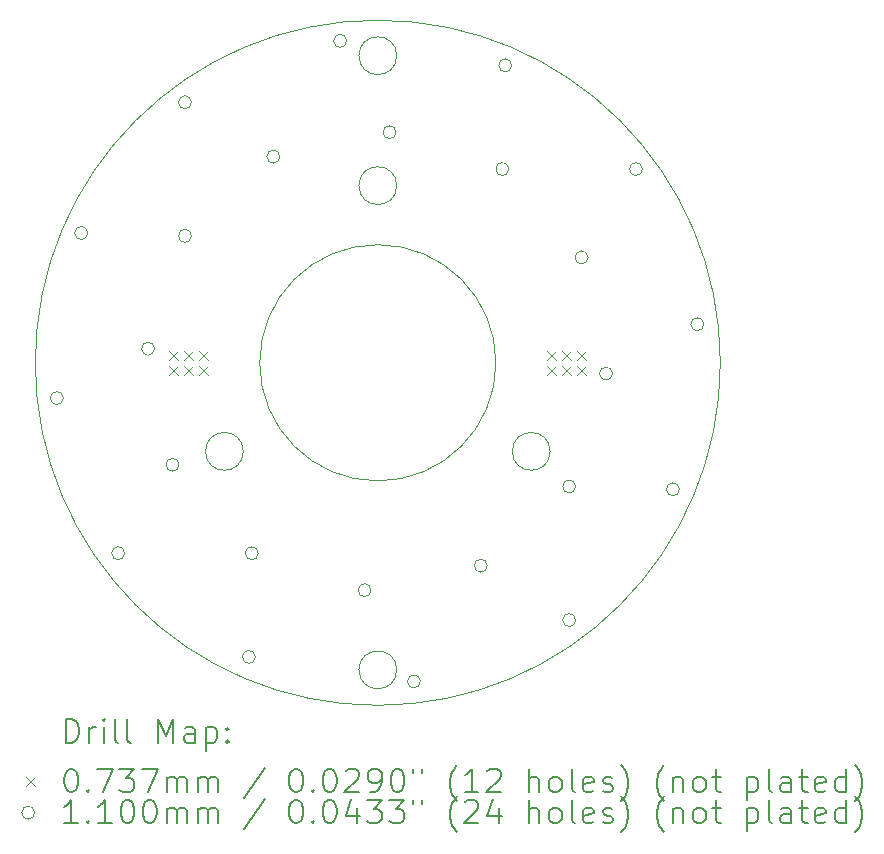
<source format=gbr>
%TF.GenerationSoftware,KiCad,Pcbnew,7.0.5*%
%TF.CreationDate,2023-06-22T13:55:48-04:00*%
%TF.ProjectId,ESP32Sensor-LED_board,45535033-3253-4656-9e73-6f722d4c4544,rev?*%
%TF.SameCoordinates,Original*%
%TF.FileFunction,Drillmap*%
%TF.FilePolarity,Positive*%
%FSLAX45Y45*%
G04 Gerber Fmt 4.5, Leading zero omitted, Abs format (unit mm)*
G04 Created by KiCad (PCBNEW 7.0.5) date 2023-06-22 13:55:48*
%MOMM*%
%LPD*%
G01*
G04 APERTURE LIST*
%ADD10C,0.100000*%
%ADD11C,0.200000*%
%ADD12C,0.073660*%
%ADD13C,0.110000*%
G04 APERTURE END LIST*
D10*
X1000000Y0D02*
G75*
G03*
X1000000Y0I-1000000J0D01*
G01*
X1459038Y-750000D02*
G75*
G03*
X1459038Y-750000I-160000J0D01*
G01*
X160000Y-2600000D02*
G75*
G03*
X160000Y-2600000I-160000J0D01*
G01*
X-1139038Y-750000D02*
G75*
G03*
X-1139038Y-750000I-160000J0D01*
G01*
X160000Y1500000D02*
G75*
G03*
X160000Y1500000I-160000J0D01*
G01*
X2900000Y0D02*
G75*
G03*
X2900000Y0I-2900000J0D01*
G01*
X160000Y2600000D02*
G75*
G03*
X160000Y2600000I-160000J0D01*
G01*
D11*
D12*
X-1763830Y100330D02*
X-1690170Y26670D01*
X-1690170Y100330D02*
X-1763830Y26670D01*
X-1763830Y-26670D02*
X-1690170Y-100330D01*
X-1690170Y-26670D02*
X-1763830Y-100330D01*
X-1636830Y100330D02*
X-1563170Y26670D01*
X-1563170Y100330D02*
X-1636830Y26670D01*
X-1636830Y-26670D02*
X-1563170Y-100330D01*
X-1563170Y-26670D02*
X-1636830Y-100330D01*
X-1509830Y100330D02*
X-1436170Y26670D01*
X-1436170Y100330D02*
X-1509830Y26670D01*
X-1509830Y-26670D02*
X-1436170Y-100330D01*
X-1436170Y-26670D02*
X-1509830Y-100330D01*
X1436170Y100330D02*
X1509830Y26670D01*
X1509830Y100330D02*
X1436170Y26670D01*
X1436170Y-26670D02*
X1509830Y-100330D01*
X1509830Y-26670D02*
X1436170Y-100330D01*
X1563170Y100330D02*
X1636830Y26670D01*
X1636830Y100330D02*
X1563170Y26670D01*
X1563170Y-26670D02*
X1636830Y-100330D01*
X1636830Y-26670D02*
X1563170Y-100330D01*
X1690170Y100330D02*
X1763830Y26670D01*
X1763830Y100330D02*
X1690170Y26670D01*
X1690170Y-26670D02*
X1763830Y-100330D01*
X1763830Y-26670D02*
X1690170Y-100330D01*
D13*
X-2662988Y-298647D02*
G75*
G03*
X-2662988Y-298647I-55000J0D01*
G01*
X-2455933Y1098978D02*
G75*
G03*
X-2455933Y1098978I-55000J0D01*
G01*
X-2143485Y-1612550D02*
G75*
G03*
X-2143485Y-1612550I-55000J0D01*
G01*
X-1890247Y119182D02*
G75*
G03*
X-1890247Y119182I-55000J0D01*
G01*
X-1683192Y-864333D02*
G75*
G03*
X-1683192Y-864333I-55000J0D01*
G01*
X-1577810Y2205825D02*
G75*
G03*
X-1577810Y2205825I-55000J0D01*
G01*
X-1577810Y1074455D02*
G75*
G03*
X-1577810Y1074455I-55000J0D01*
G01*
X-1036638Y-2490683D02*
G75*
G03*
X-1036638Y-2490683I-55000J0D01*
G01*
X-1012115Y-1612550D02*
G75*
G03*
X-1012115Y-1612550I-55000J0D01*
G01*
X-829583Y1745522D02*
G75*
G03*
X-829583Y1745522I-55000J0D01*
G01*
X-263897Y2725318D02*
G75*
G03*
X-263897Y2725318I-55000J0D01*
G01*
X-56842Y-1924997D02*
G75*
G03*
X-56842Y-1924997I-55000J0D01*
G01*
X153922Y1952577D02*
G75*
G03*
X153922Y1952577I-55000J0D01*
G01*
X360977Y-2697738D02*
G75*
G03*
X360977Y-2697738I-55000J0D01*
G01*
X926663Y-1717942D02*
G75*
G03*
X926663Y-1717942I-55000J0D01*
G01*
X1109205Y1640140D02*
G75*
G03*
X1109205Y1640140I-55000J0D01*
G01*
X1133718Y2518263D02*
G75*
G03*
X1133718Y2518263I-55000J0D01*
G01*
X1674890Y-1046865D02*
G75*
G03*
X1674890Y-1046865I-55000J0D01*
G01*
X1674890Y-2178235D02*
G75*
G03*
X1674890Y-2178235I-55000J0D01*
G01*
X1780272Y891923D02*
G75*
G03*
X1780272Y891923I-55000J0D01*
G01*
X1987327Y-91592D02*
G75*
G03*
X1987327Y-91592I-55000J0D01*
G01*
X2240575Y1640140D02*
G75*
G03*
X2240575Y1640140I-55000J0D01*
G01*
X2553013Y-1071388D02*
G75*
G03*
X2553013Y-1071388I-55000J0D01*
G01*
X2760068Y326237D02*
G75*
G03*
X2760068Y326237I-55000J0D01*
G01*
D11*
X-2644223Y-3216484D02*
X-2644223Y-3016484D01*
X-2644223Y-3016484D02*
X-2596604Y-3016484D01*
X-2596604Y-3016484D02*
X-2568033Y-3026008D01*
X-2568033Y-3026008D02*
X-2548985Y-3045055D01*
X-2548985Y-3045055D02*
X-2539461Y-3064103D01*
X-2539461Y-3064103D02*
X-2529937Y-3102198D01*
X-2529937Y-3102198D02*
X-2529937Y-3130769D01*
X-2529937Y-3130769D02*
X-2539461Y-3168865D01*
X-2539461Y-3168865D02*
X-2548985Y-3187912D01*
X-2548985Y-3187912D02*
X-2568033Y-3206960D01*
X-2568033Y-3206960D02*
X-2596604Y-3216484D01*
X-2596604Y-3216484D02*
X-2644223Y-3216484D01*
X-2444223Y-3216484D02*
X-2444223Y-3083150D01*
X-2444223Y-3121246D02*
X-2434699Y-3102198D01*
X-2434699Y-3102198D02*
X-2425176Y-3092674D01*
X-2425176Y-3092674D02*
X-2406128Y-3083150D01*
X-2406128Y-3083150D02*
X-2387080Y-3083150D01*
X-2320414Y-3216484D02*
X-2320414Y-3083150D01*
X-2320414Y-3016484D02*
X-2329937Y-3026008D01*
X-2329937Y-3026008D02*
X-2320414Y-3035531D01*
X-2320414Y-3035531D02*
X-2310890Y-3026008D01*
X-2310890Y-3026008D02*
X-2320414Y-3016484D01*
X-2320414Y-3016484D02*
X-2320414Y-3035531D01*
X-2196604Y-3216484D02*
X-2215652Y-3206960D01*
X-2215652Y-3206960D02*
X-2225176Y-3187912D01*
X-2225176Y-3187912D02*
X-2225176Y-3016484D01*
X-2091842Y-3216484D02*
X-2110890Y-3206960D01*
X-2110890Y-3206960D02*
X-2120414Y-3187912D01*
X-2120414Y-3187912D02*
X-2120414Y-3016484D01*
X-1863271Y-3216484D02*
X-1863271Y-3016484D01*
X-1863271Y-3016484D02*
X-1796604Y-3159341D01*
X-1796604Y-3159341D02*
X-1729937Y-3016484D01*
X-1729937Y-3016484D02*
X-1729937Y-3216484D01*
X-1548985Y-3216484D02*
X-1548985Y-3111722D01*
X-1548985Y-3111722D02*
X-1558509Y-3092674D01*
X-1558509Y-3092674D02*
X-1577556Y-3083150D01*
X-1577556Y-3083150D02*
X-1615652Y-3083150D01*
X-1615652Y-3083150D02*
X-1634699Y-3092674D01*
X-1548985Y-3206960D02*
X-1568033Y-3216484D01*
X-1568033Y-3216484D02*
X-1615652Y-3216484D01*
X-1615652Y-3216484D02*
X-1634699Y-3206960D01*
X-1634699Y-3206960D02*
X-1644223Y-3187912D01*
X-1644223Y-3187912D02*
X-1644223Y-3168865D01*
X-1644223Y-3168865D02*
X-1634699Y-3149817D01*
X-1634699Y-3149817D02*
X-1615652Y-3140293D01*
X-1615652Y-3140293D02*
X-1568033Y-3140293D01*
X-1568033Y-3140293D02*
X-1548985Y-3130769D01*
X-1453747Y-3083150D02*
X-1453747Y-3283150D01*
X-1453747Y-3092674D02*
X-1434699Y-3083150D01*
X-1434699Y-3083150D02*
X-1396604Y-3083150D01*
X-1396604Y-3083150D02*
X-1377556Y-3092674D01*
X-1377556Y-3092674D02*
X-1368033Y-3102198D01*
X-1368033Y-3102198D02*
X-1358509Y-3121246D01*
X-1358509Y-3121246D02*
X-1358509Y-3178388D01*
X-1358509Y-3178388D02*
X-1368033Y-3197436D01*
X-1368033Y-3197436D02*
X-1377556Y-3206960D01*
X-1377556Y-3206960D02*
X-1396604Y-3216484D01*
X-1396604Y-3216484D02*
X-1434699Y-3216484D01*
X-1434699Y-3216484D02*
X-1453747Y-3206960D01*
X-1272795Y-3197436D02*
X-1263271Y-3206960D01*
X-1263271Y-3206960D02*
X-1272795Y-3216484D01*
X-1272795Y-3216484D02*
X-1282318Y-3206960D01*
X-1282318Y-3206960D02*
X-1272795Y-3197436D01*
X-1272795Y-3197436D02*
X-1272795Y-3216484D01*
X-1272795Y-3092674D02*
X-1263271Y-3102198D01*
X-1263271Y-3102198D02*
X-1272795Y-3111722D01*
X-1272795Y-3111722D02*
X-1282318Y-3102198D01*
X-1282318Y-3102198D02*
X-1272795Y-3092674D01*
X-1272795Y-3092674D02*
X-1272795Y-3111722D01*
D12*
X-2978660Y-3508170D02*
X-2905000Y-3581830D01*
X-2905000Y-3508170D02*
X-2978660Y-3581830D01*
D11*
X-2606128Y-3436484D02*
X-2587080Y-3436484D01*
X-2587080Y-3436484D02*
X-2568033Y-3446008D01*
X-2568033Y-3446008D02*
X-2558509Y-3455531D01*
X-2558509Y-3455531D02*
X-2548985Y-3474579D01*
X-2548985Y-3474579D02*
X-2539461Y-3512674D01*
X-2539461Y-3512674D02*
X-2539461Y-3560293D01*
X-2539461Y-3560293D02*
X-2548985Y-3598388D01*
X-2548985Y-3598388D02*
X-2558509Y-3617436D01*
X-2558509Y-3617436D02*
X-2568033Y-3626960D01*
X-2568033Y-3626960D02*
X-2587080Y-3636484D01*
X-2587080Y-3636484D02*
X-2606128Y-3636484D01*
X-2606128Y-3636484D02*
X-2625176Y-3626960D01*
X-2625176Y-3626960D02*
X-2634699Y-3617436D01*
X-2634699Y-3617436D02*
X-2644223Y-3598388D01*
X-2644223Y-3598388D02*
X-2653747Y-3560293D01*
X-2653747Y-3560293D02*
X-2653747Y-3512674D01*
X-2653747Y-3512674D02*
X-2644223Y-3474579D01*
X-2644223Y-3474579D02*
X-2634699Y-3455531D01*
X-2634699Y-3455531D02*
X-2625176Y-3446008D01*
X-2625176Y-3446008D02*
X-2606128Y-3436484D01*
X-2453747Y-3617436D02*
X-2444223Y-3626960D01*
X-2444223Y-3626960D02*
X-2453747Y-3636484D01*
X-2453747Y-3636484D02*
X-2463271Y-3626960D01*
X-2463271Y-3626960D02*
X-2453747Y-3617436D01*
X-2453747Y-3617436D02*
X-2453747Y-3636484D01*
X-2377556Y-3436484D02*
X-2244223Y-3436484D01*
X-2244223Y-3436484D02*
X-2329937Y-3636484D01*
X-2187080Y-3436484D02*
X-2063271Y-3436484D01*
X-2063271Y-3436484D02*
X-2129937Y-3512674D01*
X-2129937Y-3512674D02*
X-2101366Y-3512674D01*
X-2101366Y-3512674D02*
X-2082318Y-3522198D01*
X-2082318Y-3522198D02*
X-2072794Y-3531722D01*
X-2072794Y-3531722D02*
X-2063271Y-3550769D01*
X-2063271Y-3550769D02*
X-2063271Y-3598388D01*
X-2063271Y-3598388D02*
X-2072794Y-3617436D01*
X-2072794Y-3617436D02*
X-2082318Y-3626960D01*
X-2082318Y-3626960D02*
X-2101366Y-3636484D01*
X-2101366Y-3636484D02*
X-2158509Y-3636484D01*
X-2158509Y-3636484D02*
X-2177556Y-3626960D01*
X-2177556Y-3626960D02*
X-2187080Y-3617436D01*
X-1996604Y-3436484D02*
X-1863271Y-3436484D01*
X-1863271Y-3436484D02*
X-1948985Y-3636484D01*
X-1787080Y-3636484D02*
X-1787080Y-3503150D01*
X-1787080Y-3522198D02*
X-1777556Y-3512674D01*
X-1777556Y-3512674D02*
X-1758509Y-3503150D01*
X-1758509Y-3503150D02*
X-1729937Y-3503150D01*
X-1729937Y-3503150D02*
X-1710890Y-3512674D01*
X-1710890Y-3512674D02*
X-1701366Y-3531722D01*
X-1701366Y-3531722D02*
X-1701366Y-3636484D01*
X-1701366Y-3531722D02*
X-1691842Y-3512674D01*
X-1691842Y-3512674D02*
X-1672794Y-3503150D01*
X-1672794Y-3503150D02*
X-1644223Y-3503150D01*
X-1644223Y-3503150D02*
X-1625175Y-3512674D01*
X-1625175Y-3512674D02*
X-1615652Y-3531722D01*
X-1615652Y-3531722D02*
X-1615652Y-3636484D01*
X-1520413Y-3636484D02*
X-1520413Y-3503150D01*
X-1520413Y-3522198D02*
X-1510890Y-3512674D01*
X-1510890Y-3512674D02*
X-1491842Y-3503150D01*
X-1491842Y-3503150D02*
X-1463271Y-3503150D01*
X-1463271Y-3503150D02*
X-1444223Y-3512674D01*
X-1444223Y-3512674D02*
X-1434699Y-3531722D01*
X-1434699Y-3531722D02*
X-1434699Y-3636484D01*
X-1434699Y-3531722D02*
X-1425175Y-3512674D01*
X-1425175Y-3512674D02*
X-1406128Y-3503150D01*
X-1406128Y-3503150D02*
X-1377556Y-3503150D01*
X-1377556Y-3503150D02*
X-1358509Y-3512674D01*
X-1358509Y-3512674D02*
X-1348985Y-3531722D01*
X-1348985Y-3531722D02*
X-1348985Y-3636484D01*
X-958509Y-3426960D02*
X-1129937Y-3684103D01*
X-701366Y-3436484D02*
X-682318Y-3436484D01*
X-682318Y-3436484D02*
X-663271Y-3446008D01*
X-663271Y-3446008D02*
X-653747Y-3455531D01*
X-653747Y-3455531D02*
X-644223Y-3474579D01*
X-644223Y-3474579D02*
X-634699Y-3512674D01*
X-634699Y-3512674D02*
X-634699Y-3560293D01*
X-634699Y-3560293D02*
X-644223Y-3598388D01*
X-644223Y-3598388D02*
X-653747Y-3617436D01*
X-653747Y-3617436D02*
X-663271Y-3626960D01*
X-663271Y-3626960D02*
X-682318Y-3636484D01*
X-682318Y-3636484D02*
X-701366Y-3636484D01*
X-701366Y-3636484D02*
X-720413Y-3626960D01*
X-720413Y-3626960D02*
X-729937Y-3617436D01*
X-729937Y-3617436D02*
X-739461Y-3598388D01*
X-739461Y-3598388D02*
X-748985Y-3560293D01*
X-748985Y-3560293D02*
X-748985Y-3512674D01*
X-748985Y-3512674D02*
X-739461Y-3474579D01*
X-739461Y-3474579D02*
X-729937Y-3455531D01*
X-729937Y-3455531D02*
X-720413Y-3446008D01*
X-720413Y-3446008D02*
X-701366Y-3436484D01*
X-548985Y-3617436D02*
X-539461Y-3626960D01*
X-539461Y-3626960D02*
X-548985Y-3636484D01*
X-548985Y-3636484D02*
X-558509Y-3626960D01*
X-558509Y-3626960D02*
X-548985Y-3617436D01*
X-548985Y-3617436D02*
X-548985Y-3636484D01*
X-415651Y-3436484D02*
X-396604Y-3436484D01*
X-396604Y-3436484D02*
X-377556Y-3446008D01*
X-377556Y-3446008D02*
X-368032Y-3455531D01*
X-368032Y-3455531D02*
X-358509Y-3474579D01*
X-358509Y-3474579D02*
X-348985Y-3512674D01*
X-348985Y-3512674D02*
X-348985Y-3560293D01*
X-348985Y-3560293D02*
X-358509Y-3598388D01*
X-358509Y-3598388D02*
X-368032Y-3617436D01*
X-368032Y-3617436D02*
X-377556Y-3626960D01*
X-377556Y-3626960D02*
X-396604Y-3636484D01*
X-396604Y-3636484D02*
X-415651Y-3636484D01*
X-415651Y-3636484D02*
X-434699Y-3626960D01*
X-434699Y-3626960D02*
X-444223Y-3617436D01*
X-444223Y-3617436D02*
X-453747Y-3598388D01*
X-453747Y-3598388D02*
X-463270Y-3560293D01*
X-463270Y-3560293D02*
X-463270Y-3512674D01*
X-463270Y-3512674D02*
X-453747Y-3474579D01*
X-453747Y-3474579D02*
X-444223Y-3455531D01*
X-444223Y-3455531D02*
X-434699Y-3446008D01*
X-434699Y-3446008D02*
X-415651Y-3436484D01*
X-272794Y-3455531D02*
X-263271Y-3446008D01*
X-263271Y-3446008D02*
X-244223Y-3436484D01*
X-244223Y-3436484D02*
X-196604Y-3436484D01*
X-196604Y-3436484D02*
X-177556Y-3446008D01*
X-177556Y-3446008D02*
X-168032Y-3455531D01*
X-168032Y-3455531D02*
X-158509Y-3474579D01*
X-158509Y-3474579D02*
X-158509Y-3493627D01*
X-158509Y-3493627D02*
X-168032Y-3522198D01*
X-168032Y-3522198D02*
X-282318Y-3636484D01*
X-282318Y-3636484D02*
X-158509Y-3636484D01*
X-63270Y-3636484D02*
X-25175Y-3636484D01*
X-25175Y-3636484D02*
X-6128Y-3626960D01*
X-6128Y-3626960D02*
X3396Y-3617436D01*
X3396Y-3617436D02*
X22444Y-3588865D01*
X22444Y-3588865D02*
X31967Y-3550769D01*
X31967Y-3550769D02*
X31967Y-3474579D01*
X31967Y-3474579D02*
X22444Y-3455531D01*
X22444Y-3455531D02*
X12920Y-3446008D01*
X12920Y-3446008D02*
X-6128Y-3436484D01*
X-6128Y-3436484D02*
X-44223Y-3436484D01*
X-44223Y-3436484D02*
X-63270Y-3446008D01*
X-63270Y-3446008D02*
X-72794Y-3455531D01*
X-72794Y-3455531D02*
X-82318Y-3474579D01*
X-82318Y-3474579D02*
X-82318Y-3522198D01*
X-82318Y-3522198D02*
X-72794Y-3541246D01*
X-72794Y-3541246D02*
X-63270Y-3550769D01*
X-63270Y-3550769D02*
X-44223Y-3560293D01*
X-44223Y-3560293D02*
X-6128Y-3560293D01*
X-6128Y-3560293D02*
X12920Y-3550769D01*
X12920Y-3550769D02*
X22444Y-3541246D01*
X22444Y-3541246D02*
X31967Y-3522198D01*
X155777Y-3436484D02*
X174825Y-3436484D01*
X174825Y-3436484D02*
X193872Y-3446008D01*
X193872Y-3446008D02*
X203396Y-3455531D01*
X203396Y-3455531D02*
X212920Y-3474579D01*
X212920Y-3474579D02*
X222444Y-3512674D01*
X222444Y-3512674D02*
X222444Y-3560293D01*
X222444Y-3560293D02*
X212920Y-3598388D01*
X212920Y-3598388D02*
X203396Y-3617436D01*
X203396Y-3617436D02*
X193872Y-3626960D01*
X193872Y-3626960D02*
X174825Y-3636484D01*
X174825Y-3636484D02*
X155777Y-3636484D01*
X155777Y-3636484D02*
X136729Y-3626960D01*
X136729Y-3626960D02*
X127206Y-3617436D01*
X127206Y-3617436D02*
X117682Y-3598388D01*
X117682Y-3598388D02*
X108158Y-3560293D01*
X108158Y-3560293D02*
X108158Y-3512674D01*
X108158Y-3512674D02*
X117682Y-3474579D01*
X117682Y-3474579D02*
X127206Y-3455531D01*
X127206Y-3455531D02*
X136729Y-3446008D01*
X136729Y-3446008D02*
X155777Y-3436484D01*
X298634Y-3436484D02*
X298634Y-3474579D01*
X374825Y-3436484D02*
X374825Y-3474579D01*
X670063Y-3712674D02*
X660539Y-3703150D01*
X660539Y-3703150D02*
X641491Y-3674579D01*
X641491Y-3674579D02*
X631968Y-3655531D01*
X631968Y-3655531D02*
X622444Y-3626960D01*
X622444Y-3626960D02*
X612920Y-3579341D01*
X612920Y-3579341D02*
X612920Y-3541246D01*
X612920Y-3541246D02*
X622444Y-3493627D01*
X622444Y-3493627D02*
X631968Y-3465055D01*
X631968Y-3465055D02*
X641491Y-3446008D01*
X641491Y-3446008D02*
X660539Y-3417436D01*
X660539Y-3417436D02*
X670063Y-3407912D01*
X851015Y-3636484D02*
X736729Y-3636484D01*
X793872Y-3636484D02*
X793872Y-3436484D01*
X793872Y-3436484D02*
X774825Y-3465055D01*
X774825Y-3465055D02*
X755777Y-3484103D01*
X755777Y-3484103D02*
X736729Y-3493627D01*
X927206Y-3455531D02*
X936729Y-3446008D01*
X936729Y-3446008D02*
X955777Y-3436484D01*
X955777Y-3436484D02*
X1003396Y-3436484D01*
X1003396Y-3436484D02*
X1022444Y-3446008D01*
X1022444Y-3446008D02*
X1031968Y-3455531D01*
X1031968Y-3455531D02*
X1041491Y-3474579D01*
X1041491Y-3474579D02*
X1041491Y-3493627D01*
X1041491Y-3493627D02*
X1031968Y-3522198D01*
X1031968Y-3522198D02*
X917682Y-3636484D01*
X917682Y-3636484D02*
X1041491Y-3636484D01*
X1279587Y-3636484D02*
X1279587Y-3436484D01*
X1365301Y-3636484D02*
X1365301Y-3531722D01*
X1365301Y-3531722D02*
X1355777Y-3512674D01*
X1355777Y-3512674D02*
X1336730Y-3503150D01*
X1336730Y-3503150D02*
X1308158Y-3503150D01*
X1308158Y-3503150D02*
X1289111Y-3512674D01*
X1289111Y-3512674D02*
X1279587Y-3522198D01*
X1489110Y-3636484D02*
X1470063Y-3626960D01*
X1470063Y-3626960D02*
X1460539Y-3617436D01*
X1460539Y-3617436D02*
X1451015Y-3598388D01*
X1451015Y-3598388D02*
X1451015Y-3541246D01*
X1451015Y-3541246D02*
X1460539Y-3522198D01*
X1460539Y-3522198D02*
X1470063Y-3512674D01*
X1470063Y-3512674D02*
X1489110Y-3503150D01*
X1489110Y-3503150D02*
X1517682Y-3503150D01*
X1517682Y-3503150D02*
X1536730Y-3512674D01*
X1536730Y-3512674D02*
X1546253Y-3522198D01*
X1546253Y-3522198D02*
X1555777Y-3541246D01*
X1555777Y-3541246D02*
X1555777Y-3598388D01*
X1555777Y-3598388D02*
X1546253Y-3617436D01*
X1546253Y-3617436D02*
X1536730Y-3626960D01*
X1536730Y-3626960D02*
X1517682Y-3636484D01*
X1517682Y-3636484D02*
X1489110Y-3636484D01*
X1670063Y-3636484D02*
X1651015Y-3626960D01*
X1651015Y-3626960D02*
X1641491Y-3607912D01*
X1641491Y-3607912D02*
X1641491Y-3436484D01*
X1822444Y-3626960D02*
X1803396Y-3636484D01*
X1803396Y-3636484D02*
X1765301Y-3636484D01*
X1765301Y-3636484D02*
X1746253Y-3626960D01*
X1746253Y-3626960D02*
X1736730Y-3607912D01*
X1736730Y-3607912D02*
X1736730Y-3531722D01*
X1736730Y-3531722D02*
X1746253Y-3512674D01*
X1746253Y-3512674D02*
X1765301Y-3503150D01*
X1765301Y-3503150D02*
X1803396Y-3503150D01*
X1803396Y-3503150D02*
X1822444Y-3512674D01*
X1822444Y-3512674D02*
X1831968Y-3531722D01*
X1831968Y-3531722D02*
X1831968Y-3550769D01*
X1831968Y-3550769D02*
X1736730Y-3569817D01*
X1908158Y-3626960D02*
X1927206Y-3636484D01*
X1927206Y-3636484D02*
X1965301Y-3636484D01*
X1965301Y-3636484D02*
X1984349Y-3626960D01*
X1984349Y-3626960D02*
X1993872Y-3607912D01*
X1993872Y-3607912D02*
X1993872Y-3598388D01*
X1993872Y-3598388D02*
X1984349Y-3579341D01*
X1984349Y-3579341D02*
X1965301Y-3569817D01*
X1965301Y-3569817D02*
X1936730Y-3569817D01*
X1936730Y-3569817D02*
X1917682Y-3560293D01*
X1917682Y-3560293D02*
X1908158Y-3541246D01*
X1908158Y-3541246D02*
X1908158Y-3531722D01*
X1908158Y-3531722D02*
X1917682Y-3512674D01*
X1917682Y-3512674D02*
X1936730Y-3503150D01*
X1936730Y-3503150D02*
X1965301Y-3503150D01*
X1965301Y-3503150D02*
X1984349Y-3512674D01*
X2060539Y-3712674D02*
X2070063Y-3703150D01*
X2070063Y-3703150D02*
X2089111Y-3674579D01*
X2089111Y-3674579D02*
X2098634Y-3655531D01*
X2098634Y-3655531D02*
X2108158Y-3626960D01*
X2108158Y-3626960D02*
X2117682Y-3579341D01*
X2117682Y-3579341D02*
X2117682Y-3541246D01*
X2117682Y-3541246D02*
X2108158Y-3493627D01*
X2108158Y-3493627D02*
X2098634Y-3465055D01*
X2098634Y-3465055D02*
X2089111Y-3446008D01*
X2089111Y-3446008D02*
X2070063Y-3417436D01*
X2070063Y-3417436D02*
X2060539Y-3407912D01*
X2422444Y-3712674D02*
X2412920Y-3703150D01*
X2412920Y-3703150D02*
X2393873Y-3674579D01*
X2393873Y-3674579D02*
X2384349Y-3655531D01*
X2384349Y-3655531D02*
X2374825Y-3626960D01*
X2374825Y-3626960D02*
X2365301Y-3579341D01*
X2365301Y-3579341D02*
X2365301Y-3541246D01*
X2365301Y-3541246D02*
X2374825Y-3493627D01*
X2374825Y-3493627D02*
X2384349Y-3465055D01*
X2384349Y-3465055D02*
X2393873Y-3446008D01*
X2393873Y-3446008D02*
X2412920Y-3417436D01*
X2412920Y-3417436D02*
X2422444Y-3407912D01*
X2498634Y-3503150D02*
X2498634Y-3636484D01*
X2498634Y-3522198D02*
X2508158Y-3512674D01*
X2508158Y-3512674D02*
X2527206Y-3503150D01*
X2527206Y-3503150D02*
X2555777Y-3503150D01*
X2555777Y-3503150D02*
X2574825Y-3512674D01*
X2574825Y-3512674D02*
X2584349Y-3531722D01*
X2584349Y-3531722D02*
X2584349Y-3636484D01*
X2708158Y-3636484D02*
X2689111Y-3626960D01*
X2689111Y-3626960D02*
X2679587Y-3617436D01*
X2679587Y-3617436D02*
X2670063Y-3598388D01*
X2670063Y-3598388D02*
X2670063Y-3541246D01*
X2670063Y-3541246D02*
X2679587Y-3522198D01*
X2679587Y-3522198D02*
X2689111Y-3512674D01*
X2689111Y-3512674D02*
X2708158Y-3503150D01*
X2708158Y-3503150D02*
X2736730Y-3503150D01*
X2736730Y-3503150D02*
X2755777Y-3512674D01*
X2755777Y-3512674D02*
X2765301Y-3522198D01*
X2765301Y-3522198D02*
X2774825Y-3541246D01*
X2774825Y-3541246D02*
X2774825Y-3598388D01*
X2774825Y-3598388D02*
X2765301Y-3617436D01*
X2765301Y-3617436D02*
X2755777Y-3626960D01*
X2755777Y-3626960D02*
X2736730Y-3636484D01*
X2736730Y-3636484D02*
X2708158Y-3636484D01*
X2831968Y-3503150D02*
X2908158Y-3503150D01*
X2860539Y-3436484D02*
X2860539Y-3607912D01*
X2860539Y-3607912D02*
X2870063Y-3626960D01*
X2870063Y-3626960D02*
X2889111Y-3636484D01*
X2889111Y-3636484D02*
X2908158Y-3636484D01*
X3127206Y-3503150D02*
X3127206Y-3703150D01*
X3127206Y-3512674D02*
X3146253Y-3503150D01*
X3146253Y-3503150D02*
X3184349Y-3503150D01*
X3184349Y-3503150D02*
X3203396Y-3512674D01*
X3203396Y-3512674D02*
X3212920Y-3522198D01*
X3212920Y-3522198D02*
X3222444Y-3541246D01*
X3222444Y-3541246D02*
X3222444Y-3598388D01*
X3222444Y-3598388D02*
X3212920Y-3617436D01*
X3212920Y-3617436D02*
X3203396Y-3626960D01*
X3203396Y-3626960D02*
X3184349Y-3636484D01*
X3184349Y-3636484D02*
X3146253Y-3636484D01*
X3146253Y-3636484D02*
X3127206Y-3626960D01*
X3336730Y-3636484D02*
X3317682Y-3626960D01*
X3317682Y-3626960D02*
X3308158Y-3607912D01*
X3308158Y-3607912D02*
X3308158Y-3436484D01*
X3498634Y-3636484D02*
X3498634Y-3531722D01*
X3498634Y-3531722D02*
X3489111Y-3512674D01*
X3489111Y-3512674D02*
X3470063Y-3503150D01*
X3470063Y-3503150D02*
X3431968Y-3503150D01*
X3431968Y-3503150D02*
X3412920Y-3512674D01*
X3498634Y-3626960D02*
X3479587Y-3636484D01*
X3479587Y-3636484D02*
X3431968Y-3636484D01*
X3431968Y-3636484D02*
X3412920Y-3626960D01*
X3412920Y-3626960D02*
X3403396Y-3607912D01*
X3403396Y-3607912D02*
X3403396Y-3588865D01*
X3403396Y-3588865D02*
X3412920Y-3569817D01*
X3412920Y-3569817D02*
X3431968Y-3560293D01*
X3431968Y-3560293D02*
X3479587Y-3560293D01*
X3479587Y-3560293D02*
X3498634Y-3550769D01*
X3565301Y-3503150D02*
X3641492Y-3503150D01*
X3593873Y-3436484D02*
X3593873Y-3607912D01*
X3593873Y-3607912D02*
X3603396Y-3626960D01*
X3603396Y-3626960D02*
X3622444Y-3636484D01*
X3622444Y-3636484D02*
X3641492Y-3636484D01*
X3784349Y-3626960D02*
X3765301Y-3636484D01*
X3765301Y-3636484D02*
X3727206Y-3636484D01*
X3727206Y-3636484D02*
X3708158Y-3626960D01*
X3708158Y-3626960D02*
X3698634Y-3607912D01*
X3698634Y-3607912D02*
X3698634Y-3531722D01*
X3698634Y-3531722D02*
X3708158Y-3512674D01*
X3708158Y-3512674D02*
X3727206Y-3503150D01*
X3727206Y-3503150D02*
X3765301Y-3503150D01*
X3765301Y-3503150D02*
X3784349Y-3512674D01*
X3784349Y-3512674D02*
X3793873Y-3531722D01*
X3793873Y-3531722D02*
X3793873Y-3550769D01*
X3793873Y-3550769D02*
X3698634Y-3569817D01*
X3965301Y-3636484D02*
X3965301Y-3436484D01*
X3965301Y-3626960D02*
X3946254Y-3636484D01*
X3946254Y-3636484D02*
X3908158Y-3636484D01*
X3908158Y-3636484D02*
X3889111Y-3626960D01*
X3889111Y-3626960D02*
X3879587Y-3617436D01*
X3879587Y-3617436D02*
X3870063Y-3598388D01*
X3870063Y-3598388D02*
X3870063Y-3541246D01*
X3870063Y-3541246D02*
X3879587Y-3522198D01*
X3879587Y-3522198D02*
X3889111Y-3512674D01*
X3889111Y-3512674D02*
X3908158Y-3503150D01*
X3908158Y-3503150D02*
X3946254Y-3503150D01*
X3946254Y-3503150D02*
X3965301Y-3512674D01*
X4041492Y-3712674D02*
X4051015Y-3703150D01*
X4051015Y-3703150D02*
X4070063Y-3674579D01*
X4070063Y-3674579D02*
X4079587Y-3655531D01*
X4079587Y-3655531D02*
X4089111Y-3626960D01*
X4089111Y-3626960D02*
X4098634Y-3579341D01*
X4098634Y-3579341D02*
X4098634Y-3541246D01*
X4098634Y-3541246D02*
X4089111Y-3493627D01*
X4089111Y-3493627D02*
X4079587Y-3465055D01*
X4079587Y-3465055D02*
X4070063Y-3446008D01*
X4070063Y-3446008D02*
X4051015Y-3417436D01*
X4051015Y-3417436D02*
X4041492Y-3407912D01*
D13*
X-2905000Y-3809000D02*
G75*
G03*
X-2905000Y-3809000I-55000J0D01*
G01*
D11*
X-2539461Y-3900484D02*
X-2653747Y-3900484D01*
X-2596604Y-3900484D02*
X-2596604Y-3700484D01*
X-2596604Y-3700484D02*
X-2615652Y-3729055D01*
X-2615652Y-3729055D02*
X-2634699Y-3748103D01*
X-2634699Y-3748103D02*
X-2653747Y-3757627D01*
X-2453747Y-3881436D02*
X-2444223Y-3890960D01*
X-2444223Y-3890960D02*
X-2453747Y-3900484D01*
X-2453747Y-3900484D02*
X-2463271Y-3890960D01*
X-2463271Y-3890960D02*
X-2453747Y-3881436D01*
X-2453747Y-3881436D02*
X-2453747Y-3900484D01*
X-2253747Y-3900484D02*
X-2368033Y-3900484D01*
X-2310890Y-3900484D02*
X-2310890Y-3700484D01*
X-2310890Y-3700484D02*
X-2329937Y-3729055D01*
X-2329937Y-3729055D02*
X-2348985Y-3748103D01*
X-2348985Y-3748103D02*
X-2368033Y-3757627D01*
X-2129937Y-3700484D02*
X-2110890Y-3700484D01*
X-2110890Y-3700484D02*
X-2091842Y-3710008D01*
X-2091842Y-3710008D02*
X-2082318Y-3719531D01*
X-2082318Y-3719531D02*
X-2072794Y-3738579D01*
X-2072794Y-3738579D02*
X-2063271Y-3776674D01*
X-2063271Y-3776674D02*
X-2063271Y-3824293D01*
X-2063271Y-3824293D02*
X-2072794Y-3862388D01*
X-2072794Y-3862388D02*
X-2082318Y-3881436D01*
X-2082318Y-3881436D02*
X-2091842Y-3890960D01*
X-2091842Y-3890960D02*
X-2110890Y-3900484D01*
X-2110890Y-3900484D02*
X-2129937Y-3900484D01*
X-2129937Y-3900484D02*
X-2148985Y-3890960D01*
X-2148985Y-3890960D02*
X-2158509Y-3881436D01*
X-2158509Y-3881436D02*
X-2168033Y-3862388D01*
X-2168033Y-3862388D02*
X-2177556Y-3824293D01*
X-2177556Y-3824293D02*
X-2177556Y-3776674D01*
X-2177556Y-3776674D02*
X-2168033Y-3738579D01*
X-2168033Y-3738579D02*
X-2158509Y-3719531D01*
X-2158509Y-3719531D02*
X-2148985Y-3710008D01*
X-2148985Y-3710008D02*
X-2129937Y-3700484D01*
X-1939461Y-3700484D02*
X-1920413Y-3700484D01*
X-1920413Y-3700484D02*
X-1901366Y-3710008D01*
X-1901366Y-3710008D02*
X-1891842Y-3719531D01*
X-1891842Y-3719531D02*
X-1882318Y-3738579D01*
X-1882318Y-3738579D02*
X-1872794Y-3776674D01*
X-1872794Y-3776674D02*
X-1872794Y-3824293D01*
X-1872794Y-3824293D02*
X-1882318Y-3862388D01*
X-1882318Y-3862388D02*
X-1891842Y-3881436D01*
X-1891842Y-3881436D02*
X-1901366Y-3890960D01*
X-1901366Y-3890960D02*
X-1920413Y-3900484D01*
X-1920413Y-3900484D02*
X-1939461Y-3900484D01*
X-1939461Y-3900484D02*
X-1958509Y-3890960D01*
X-1958509Y-3890960D02*
X-1968033Y-3881436D01*
X-1968033Y-3881436D02*
X-1977556Y-3862388D01*
X-1977556Y-3862388D02*
X-1987080Y-3824293D01*
X-1987080Y-3824293D02*
X-1987080Y-3776674D01*
X-1987080Y-3776674D02*
X-1977556Y-3738579D01*
X-1977556Y-3738579D02*
X-1968033Y-3719531D01*
X-1968033Y-3719531D02*
X-1958509Y-3710008D01*
X-1958509Y-3710008D02*
X-1939461Y-3700484D01*
X-1787080Y-3900484D02*
X-1787080Y-3767150D01*
X-1787080Y-3786198D02*
X-1777556Y-3776674D01*
X-1777556Y-3776674D02*
X-1758509Y-3767150D01*
X-1758509Y-3767150D02*
X-1729937Y-3767150D01*
X-1729937Y-3767150D02*
X-1710890Y-3776674D01*
X-1710890Y-3776674D02*
X-1701366Y-3795722D01*
X-1701366Y-3795722D02*
X-1701366Y-3900484D01*
X-1701366Y-3795722D02*
X-1691842Y-3776674D01*
X-1691842Y-3776674D02*
X-1672794Y-3767150D01*
X-1672794Y-3767150D02*
X-1644223Y-3767150D01*
X-1644223Y-3767150D02*
X-1625175Y-3776674D01*
X-1625175Y-3776674D02*
X-1615652Y-3795722D01*
X-1615652Y-3795722D02*
X-1615652Y-3900484D01*
X-1520413Y-3900484D02*
X-1520413Y-3767150D01*
X-1520413Y-3786198D02*
X-1510890Y-3776674D01*
X-1510890Y-3776674D02*
X-1491842Y-3767150D01*
X-1491842Y-3767150D02*
X-1463271Y-3767150D01*
X-1463271Y-3767150D02*
X-1444223Y-3776674D01*
X-1444223Y-3776674D02*
X-1434699Y-3795722D01*
X-1434699Y-3795722D02*
X-1434699Y-3900484D01*
X-1434699Y-3795722D02*
X-1425175Y-3776674D01*
X-1425175Y-3776674D02*
X-1406128Y-3767150D01*
X-1406128Y-3767150D02*
X-1377556Y-3767150D01*
X-1377556Y-3767150D02*
X-1358509Y-3776674D01*
X-1358509Y-3776674D02*
X-1348985Y-3795722D01*
X-1348985Y-3795722D02*
X-1348985Y-3900484D01*
X-958509Y-3690960D02*
X-1129937Y-3948103D01*
X-701366Y-3700484D02*
X-682318Y-3700484D01*
X-682318Y-3700484D02*
X-663271Y-3710008D01*
X-663271Y-3710008D02*
X-653747Y-3719531D01*
X-653747Y-3719531D02*
X-644223Y-3738579D01*
X-644223Y-3738579D02*
X-634699Y-3776674D01*
X-634699Y-3776674D02*
X-634699Y-3824293D01*
X-634699Y-3824293D02*
X-644223Y-3862388D01*
X-644223Y-3862388D02*
X-653747Y-3881436D01*
X-653747Y-3881436D02*
X-663271Y-3890960D01*
X-663271Y-3890960D02*
X-682318Y-3900484D01*
X-682318Y-3900484D02*
X-701366Y-3900484D01*
X-701366Y-3900484D02*
X-720413Y-3890960D01*
X-720413Y-3890960D02*
X-729937Y-3881436D01*
X-729937Y-3881436D02*
X-739461Y-3862388D01*
X-739461Y-3862388D02*
X-748985Y-3824293D01*
X-748985Y-3824293D02*
X-748985Y-3776674D01*
X-748985Y-3776674D02*
X-739461Y-3738579D01*
X-739461Y-3738579D02*
X-729937Y-3719531D01*
X-729937Y-3719531D02*
X-720413Y-3710008D01*
X-720413Y-3710008D02*
X-701366Y-3700484D01*
X-548985Y-3881436D02*
X-539461Y-3890960D01*
X-539461Y-3890960D02*
X-548985Y-3900484D01*
X-548985Y-3900484D02*
X-558509Y-3890960D01*
X-558509Y-3890960D02*
X-548985Y-3881436D01*
X-548985Y-3881436D02*
X-548985Y-3900484D01*
X-415651Y-3700484D02*
X-396604Y-3700484D01*
X-396604Y-3700484D02*
X-377556Y-3710008D01*
X-377556Y-3710008D02*
X-368032Y-3719531D01*
X-368032Y-3719531D02*
X-358509Y-3738579D01*
X-358509Y-3738579D02*
X-348985Y-3776674D01*
X-348985Y-3776674D02*
X-348985Y-3824293D01*
X-348985Y-3824293D02*
X-358509Y-3862388D01*
X-358509Y-3862388D02*
X-368032Y-3881436D01*
X-368032Y-3881436D02*
X-377556Y-3890960D01*
X-377556Y-3890960D02*
X-396604Y-3900484D01*
X-396604Y-3900484D02*
X-415651Y-3900484D01*
X-415651Y-3900484D02*
X-434699Y-3890960D01*
X-434699Y-3890960D02*
X-444223Y-3881436D01*
X-444223Y-3881436D02*
X-453747Y-3862388D01*
X-453747Y-3862388D02*
X-463270Y-3824293D01*
X-463270Y-3824293D02*
X-463270Y-3776674D01*
X-463270Y-3776674D02*
X-453747Y-3738579D01*
X-453747Y-3738579D02*
X-444223Y-3719531D01*
X-444223Y-3719531D02*
X-434699Y-3710008D01*
X-434699Y-3710008D02*
X-415651Y-3700484D01*
X-177556Y-3767150D02*
X-177556Y-3900484D01*
X-225175Y-3690960D02*
X-272794Y-3833817D01*
X-272794Y-3833817D02*
X-148985Y-3833817D01*
X-91842Y-3700484D02*
X31967Y-3700484D01*
X31967Y-3700484D02*
X-34699Y-3776674D01*
X-34699Y-3776674D02*
X-6128Y-3776674D01*
X-6128Y-3776674D02*
X12920Y-3786198D01*
X12920Y-3786198D02*
X22444Y-3795722D01*
X22444Y-3795722D02*
X31967Y-3814769D01*
X31967Y-3814769D02*
X31967Y-3862388D01*
X31967Y-3862388D02*
X22444Y-3881436D01*
X22444Y-3881436D02*
X12920Y-3890960D01*
X12920Y-3890960D02*
X-6128Y-3900484D01*
X-6128Y-3900484D02*
X-63270Y-3900484D01*
X-63270Y-3900484D02*
X-82318Y-3890960D01*
X-82318Y-3890960D02*
X-91842Y-3881436D01*
X98634Y-3700484D02*
X222444Y-3700484D01*
X222444Y-3700484D02*
X155777Y-3776674D01*
X155777Y-3776674D02*
X184348Y-3776674D01*
X184348Y-3776674D02*
X203396Y-3786198D01*
X203396Y-3786198D02*
X212920Y-3795722D01*
X212920Y-3795722D02*
X222444Y-3814769D01*
X222444Y-3814769D02*
X222444Y-3862388D01*
X222444Y-3862388D02*
X212920Y-3881436D01*
X212920Y-3881436D02*
X203396Y-3890960D01*
X203396Y-3890960D02*
X184348Y-3900484D01*
X184348Y-3900484D02*
X127206Y-3900484D01*
X127206Y-3900484D02*
X108158Y-3890960D01*
X108158Y-3890960D02*
X98634Y-3881436D01*
X298634Y-3700484D02*
X298634Y-3738579D01*
X374825Y-3700484D02*
X374825Y-3738579D01*
X670063Y-3976674D02*
X660539Y-3967150D01*
X660539Y-3967150D02*
X641491Y-3938579D01*
X641491Y-3938579D02*
X631968Y-3919531D01*
X631968Y-3919531D02*
X622444Y-3890960D01*
X622444Y-3890960D02*
X612920Y-3843341D01*
X612920Y-3843341D02*
X612920Y-3805246D01*
X612920Y-3805246D02*
X622444Y-3757627D01*
X622444Y-3757627D02*
X631968Y-3729055D01*
X631968Y-3729055D02*
X641491Y-3710008D01*
X641491Y-3710008D02*
X660539Y-3681436D01*
X660539Y-3681436D02*
X670063Y-3671912D01*
X736729Y-3719531D02*
X746253Y-3710008D01*
X746253Y-3710008D02*
X765301Y-3700484D01*
X765301Y-3700484D02*
X812920Y-3700484D01*
X812920Y-3700484D02*
X831968Y-3710008D01*
X831968Y-3710008D02*
X841491Y-3719531D01*
X841491Y-3719531D02*
X851015Y-3738579D01*
X851015Y-3738579D02*
X851015Y-3757627D01*
X851015Y-3757627D02*
X841491Y-3786198D01*
X841491Y-3786198D02*
X727206Y-3900484D01*
X727206Y-3900484D02*
X851015Y-3900484D01*
X1022444Y-3767150D02*
X1022444Y-3900484D01*
X974825Y-3690960D02*
X927206Y-3833817D01*
X927206Y-3833817D02*
X1051015Y-3833817D01*
X1279587Y-3900484D02*
X1279587Y-3700484D01*
X1365301Y-3900484D02*
X1365301Y-3795722D01*
X1365301Y-3795722D02*
X1355777Y-3776674D01*
X1355777Y-3776674D02*
X1336730Y-3767150D01*
X1336730Y-3767150D02*
X1308158Y-3767150D01*
X1308158Y-3767150D02*
X1289111Y-3776674D01*
X1289111Y-3776674D02*
X1279587Y-3786198D01*
X1489110Y-3900484D02*
X1470063Y-3890960D01*
X1470063Y-3890960D02*
X1460539Y-3881436D01*
X1460539Y-3881436D02*
X1451015Y-3862388D01*
X1451015Y-3862388D02*
X1451015Y-3805246D01*
X1451015Y-3805246D02*
X1460539Y-3786198D01*
X1460539Y-3786198D02*
X1470063Y-3776674D01*
X1470063Y-3776674D02*
X1489110Y-3767150D01*
X1489110Y-3767150D02*
X1517682Y-3767150D01*
X1517682Y-3767150D02*
X1536730Y-3776674D01*
X1536730Y-3776674D02*
X1546253Y-3786198D01*
X1546253Y-3786198D02*
X1555777Y-3805246D01*
X1555777Y-3805246D02*
X1555777Y-3862388D01*
X1555777Y-3862388D02*
X1546253Y-3881436D01*
X1546253Y-3881436D02*
X1536730Y-3890960D01*
X1536730Y-3890960D02*
X1517682Y-3900484D01*
X1517682Y-3900484D02*
X1489110Y-3900484D01*
X1670063Y-3900484D02*
X1651015Y-3890960D01*
X1651015Y-3890960D02*
X1641491Y-3871912D01*
X1641491Y-3871912D02*
X1641491Y-3700484D01*
X1822444Y-3890960D02*
X1803396Y-3900484D01*
X1803396Y-3900484D02*
X1765301Y-3900484D01*
X1765301Y-3900484D02*
X1746253Y-3890960D01*
X1746253Y-3890960D02*
X1736730Y-3871912D01*
X1736730Y-3871912D02*
X1736730Y-3795722D01*
X1736730Y-3795722D02*
X1746253Y-3776674D01*
X1746253Y-3776674D02*
X1765301Y-3767150D01*
X1765301Y-3767150D02*
X1803396Y-3767150D01*
X1803396Y-3767150D02*
X1822444Y-3776674D01*
X1822444Y-3776674D02*
X1831968Y-3795722D01*
X1831968Y-3795722D02*
X1831968Y-3814769D01*
X1831968Y-3814769D02*
X1736730Y-3833817D01*
X1908158Y-3890960D02*
X1927206Y-3900484D01*
X1927206Y-3900484D02*
X1965301Y-3900484D01*
X1965301Y-3900484D02*
X1984349Y-3890960D01*
X1984349Y-3890960D02*
X1993872Y-3871912D01*
X1993872Y-3871912D02*
X1993872Y-3862388D01*
X1993872Y-3862388D02*
X1984349Y-3843341D01*
X1984349Y-3843341D02*
X1965301Y-3833817D01*
X1965301Y-3833817D02*
X1936730Y-3833817D01*
X1936730Y-3833817D02*
X1917682Y-3824293D01*
X1917682Y-3824293D02*
X1908158Y-3805246D01*
X1908158Y-3805246D02*
X1908158Y-3795722D01*
X1908158Y-3795722D02*
X1917682Y-3776674D01*
X1917682Y-3776674D02*
X1936730Y-3767150D01*
X1936730Y-3767150D02*
X1965301Y-3767150D01*
X1965301Y-3767150D02*
X1984349Y-3776674D01*
X2060539Y-3976674D02*
X2070063Y-3967150D01*
X2070063Y-3967150D02*
X2089111Y-3938579D01*
X2089111Y-3938579D02*
X2098634Y-3919531D01*
X2098634Y-3919531D02*
X2108158Y-3890960D01*
X2108158Y-3890960D02*
X2117682Y-3843341D01*
X2117682Y-3843341D02*
X2117682Y-3805246D01*
X2117682Y-3805246D02*
X2108158Y-3757627D01*
X2108158Y-3757627D02*
X2098634Y-3729055D01*
X2098634Y-3729055D02*
X2089111Y-3710008D01*
X2089111Y-3710008D02*
X2070063Y-3681436D01*
X2070063Y-3681436D02*
X2060539Y-3671912D01*
X2422444Y-3976674D02*
X2412920Y-3967150D01*
X2412920Y-3967150D02*
X2393873Y-3938579D01*
X2393873Y-3938579D02*
X2384349Y-3919531D01*
X2384349Y-3919531D02*
X2374825Y-3890960D01*
X2374825Y-3890960D02*
X2365301Y-3843341D01*
X2365301Y-3843341D02*
X2365301Y-3805246D01*
X2365301Y-3805246D02*
X2374825Y-3757627D01*
X2374825Y-3757627D02*
X2384349Y-3729055D01*
X2384349Y-3729055D02*
X2393873Y-3710008D01*
X2393873Y-3710008D02*
X2412920Y-3681436D01*
X2412920Y-3681436D02*
X2422444Y-3671912D01*
X2498634Y-3767150D02*
X2498634Y-3900484D01*
X2498634Y-3786198D02*
X2508158Y-3776674D01*
X2508158Y-3776674D02*
X2527206Y-3767150D01*
X2527206Y-3767150D02*
X2555777Y-3767150D01*
X2555777Y-3767150D02*
X2574825Y-3776674D01*
X2574825Y-3776674D02*
X2584349Y-3795722D01*
X2584349Y-3795722D02*
X2584349Y-3900484D01*
X2708158Y-3900484D02*
X2689111Y-3890960D01*
X2689111Y-3890960D02*
X2679587Y-3881436D01*
X2679587Y-3881436D02*
X2670063Y-3862388D01*
X2670063Y-3862388D02*
X2670063Y-3805246D01*
X2670063Y-3805246D02*
X2679587Y-3786198D01*
X2679587Y-3786198D02*
X2689111Y-3776674D01*
X2689111Y-3776674D02*
X2708158Y-3767150D01*
X2708158Y-3767150D02*
X2736730Y-3767150D01*
X2736730Y-3767150D02*
X2755777Y-3776674D01*
X2755777Y-3776674D02*
X2765301Y-3786198D01*
X2765301Y-3786198D02*
X2774825Y-3805246D01*
X2774825Y-3805246D02*
X2774825Y-3862388D01*
X2774825Y-3862388D02*
X2765301Y-3881436D01*
X2765301Y-3881436D02*
X2755777Y-3890960D01*
X2755777Y-3890960D02*
X2736730Y-3900484D01*
X2736730Y-3900484D02*
X2708158Y-3900484D01*
X2831968Y-3767150D02*
X2908158Y-3767150D01*
X2860539Y-3700484D02*
X2860539Y-3871912D01*
X2860539Y-3871912D02*
X2870063Y-3890960D01*
X2870063Y-3890960D02*
X2889111Y-3900484D01*
X2889111Y-3900484D02*
X2908158Y-3900484D01*
X3127206Y-3767150D02*
X3127206Y-3967150D01*
X3127206Y-3776674D02*
X3146253Y-3767150D01*
X3146253Y-3767150D02*
X3184349Y-3767150D01*
X3184349Y-3767150D02*
X3203396Y-3776674D01*
X3203396Y-3776674D02*
X3212920Y-3786198D01*
X3212920Y-3786198D02*
X3222444Y-3805246D01*
X3222444Y-3805246D02*
X3222444Y-3862388D01*
X3222444Y-3862388D02*
X3212920Y-3881436D01*
X3212920Y-3881436D02*
X3203396Y-3890960D01*
X3203396Y-3890960D02*
X3184349Y-3900484D01*
X3184349Y-3900484D02*
X3146253Y-3900484D01*
X3146253Y-3900484D02*
X3127206Y-3890960D01*
X3336730Y-3900484D02*
X3317682Y-3890960D01*
X3317682Y-3890960D02*
X3308158Y-3871912D01*
X3308158Y-3871912D02*
X3308158Y-3700484D01*
X3498634Y-3900484D02*
X3498634Y-3795722D01*
X3498634Y-3795722D02*
X3489111Y-3776674D01*
X3489111Y-3776674D02*
X3470063Y-3767150D01*
X3470063Y-3767150D02*
X3431968Y-3767150D01*
X3431968Y-3767150D02*
X3412920Y-3776674D01*
X3498634Y-3890960D02*
X3479587Y-3900484D01*
X3479587Y-3900484D02*
X3431968Y-3900484D01*
X3431968Y-3900484D02*
X3412920Y-3890960D01*
X3412920Y-3890960D02*
X3403396Y-3871912D01*
X3403396Y-3871912D02*
X3403396Y-3852865D01*
X3403396Y-3852865D02*
X3412920Y-3833817D01*
X3412920Y-3833817D02*
X3431968Y-3824293D01*
X3431968Y-3824293D02*
X3479587Y-3824293D01*
X3479587Y-3824293D02*
X3498634Y-3814769D01*
X3565301Y-3767150D02*
X3641492Y-3767150D01*
X3593873Y-3700484D02*
X3593873Y-3871912D01*
X3593873Y-3871912D02*
X3603396Y-3890960D01*
X3603396Y-3890960D02*
X3622444Y-3900484D01*
X3622444Y-3900484D02*
X3641492Y-3900484D01*
X3784349Y-3890960D02*
X3765301Y-3900484D01*
X3765301Y-3900484D02*
X3727206Y-3900484D01*
X3727206Y-3900484D02*
X3708158Y-3890960D01*
X3708158Y-3890960D02*
X3698634Y-3871912D01*
X3698634Y-3871912D02*
X3698634Y-3795722D01*
X3698634Y-3795722D02*
X3708158Y-3776674D01*
X3708158Y-3776674D02*
X3727206Y-3767150D01*
X3727206Y-3767150D02*
X3765301Y-3767150D01*
X3765301Y-3767150D02*
X3784349Y-3776674D01*
X3784349Y-3776674D02*
X3793873Y-3795722D01*
X3793873Y-3795722D02*
X3793873Y-3814769D01*
X3793873Y-3814769D02*
X3698634Y-3833817D01*
X3965301Y-3900484D02*
X3965301Y-3700484D01*
X3965301Y-3890960D02*
X3946254Y-3900484D01*
X3946254Y-3900484D02*
X3908158Y-3900484D01*
X3908158Y-3900484D02*
X3889111Y-3890960D01*
X3889111Y-3890960D02*
X3879587Y-3881436D01*
X3879587Y-3881436D02*
X3870063Y-3862388D01*
X3870063Y-3862388D02*
X3870063Y-3805246D01*
X3870063Y-3805246D02*
X3879587Y-3786198D01*
X3879587Y-3786198D02*
X3889111Y-3776674D01*
X3889111Y-3776674D02*
X3908158Y-3767150D01*
X3908158Y-3767150D02*
X3946254Y-3767150D01*
X3946254Y-3767150D02*
X3965301Y-3776674D01*
X4041492Y-3976674D02*
X4051015Y-3967150D01*
X4051015Y-3967150D02*
X4070063Y-3938579D01*
X4070063Y-3938579D02*
X4079587Y-3919531D01*
X4079587Y-3919531D02*
X4089111Y-3890960D01*
X4089111Y-3890960D02*
X4098634Y-3843341D01*
X4098634Y-3843341D02*
X4098634Y-3805246D01*
X4098634Y-3805246D02*
X4089111Y-3757627D01*
X4089111Y-3757627D02*
X4079587Y-3729055D01*
X4079587Y-3729055D02*
X4070063Y-3710008D01*
X4070063Y-3710008D02*
X4051015Y-3681436D01*
X4051015Y-3681436D02*
X4041492Y-3671912D01*
M02*

</source>
